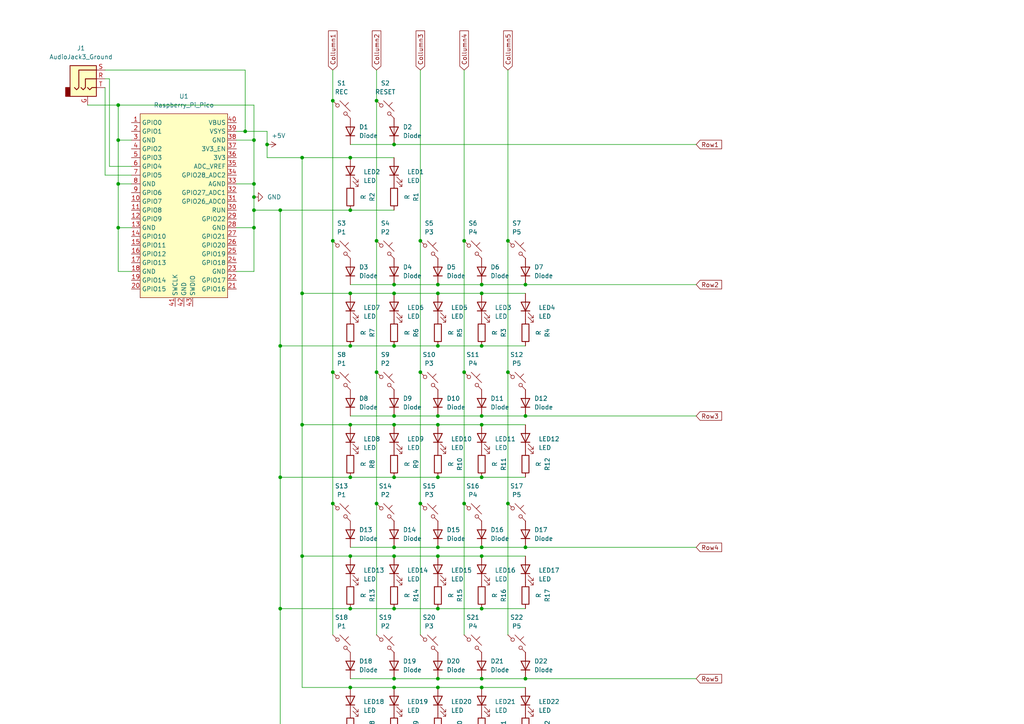
<source format=kicad_sch>
(kicad_sch (version 20231120) (generator "eeschema") (generator_version "8.0")
  (paper "A4")
  (lib_symbols
    (symbol "Connector_Audio:AudioJack3_Ground"
      (property "Reference" "J" (at 0 8.89 0))
      (property "Value" "AudioJack3_Ground" (at 0 6.35 0))
      (symbol "AudioJack3_Ground_0_1"
        (rectangle (start -5.08 -2.54) (end -6.35 -5.08) (stroke (width 0.254)) (fill (type outline)))
        (polyline (pts (xy 0 -2.54) (xy 0.635 -3.175) (xy 1.27 -2.54) (xy 2.54 -2.54)) (stroke (width 0.254)))
        (polyline (pts (xy -1.905 -2.54) (xy -1.27 -3.175) (xy -0.635 -2.54) (xy -0.635 0) (xy 2.54 0)) (stroke (width 0.254)))
        (polyline (pts (xy 2.54 2.54) (xy -2.54 2.54) (xy -2.54 -2.54) (xy -3.175 -3.175) (xy -3.81 -2.54)) (stroke (width 0.254)))
        (rectangle (start 2.54 3.81) (end -5.08 -5.08) (stroke (width 0.254)) (fill (type background)))
      )
      (symbol "AudioJack3_Ground_1_1"
        (pin passive line (at 0 -7.62 90) (length 2.54) (name "~") (number "G"))
        (pin passive line (at 5.08 0 180) (length 2.54) (name "~") (number "R"))
        (pin passive line (at 5.08 2.54 180) (length 2.54) (name "~") (number "S"))
        (pin passive line (at 5.08 -2.54 180) (length 2.54) (name "~") (number "T"))
      )
    )
    (symbol "Device:LED" (pin_numbers hide) (pin_names (offset 1.016) hide)
      (property "Reference" "D" (at 0 2.54 0))
      (property "Value" "LED" (at 0 -2.54 0))
      (symbol "LED_0_1"
        (polyline (pts (xy -1.27 -1.27) (xy -1.27 1.27)) (stroke (width 0.254)))
        (polyline (pts (xy -1.27 0) (xy 1.27 0)))
        (polyline (pts (xy 1.27 -1.27) (xy 1.27 1.27) (xy -1.27 0) (xy 1.27 -1.27)) (stroke (width 0.254)))
        (polyline (pts (xy -3.048 -0.762) (xy -4.572 -2.286) (xy -3.81 -2.286) (xy -4.572 -2.286) (xy -4.572 -1.524)))
        (polyline (pts (xy -1.778 -0.762) (xy -3.302 -2.286) (xy -2.54 -2.286) (xy -3.302 -2.286) (xy -3.302 -1.524)))
      )
      (symbol "LED_1_1"
        (pin passive line (at -3.81 0 0) (length 2.54) (name "K") (number "1"))
        (pin passive line (at 3.81 0 180) (length 2.54) (name "A") (number "2"))
      )
    )
    (symbol "Device:R" (pin_numbers hide) (pin_names (offset 0))
      (property "Reference" "R" (at 2.032 0 90))
      (property "Value" "R" (at 0 0 90))
      (symbol "R_0_1"
        (rectangle (start -1.016 -2.54) (end 1.016 2.54) (stroke (width 0.254)))
      )
      (symbol "R_1_1"
        (pin passive line (at 0 3.81 270) (length 1.27) (name "~") (number "1"))
        (pin passive line (at 0 -3.81 90) (length 1.27) (name "~") (number "2"))
      )
    )
    (symbol "ScottoKeebs:MCU_Raspberry_Pi_Pico"
      (property "Reference" "U" (at 0 0 0))
      (property "Value" "Raspberry_Pi_Pico" (at 0 27.94 0))
      (symbol "MCU_Raspberry_Pi_Pico_0_1"
        (rectangle (start -12.7 26.67) (end 12.7 -26.67) (fill (type background)))
      )
      (symbol "MCU_Raspberry_Pi_Pico_1_1"
        (pin bidirectional line (at -15.24 24.13 0) (length 2.54) (name "GPIO0") (number "1"))
        (pin bidirectional line (at -15.24 1.27 0) (length 2.54) (name "GPIO7") (number "10"))
        (pin bidirectional line (at -15.24 -1.27 0) (length 2.54) (name "GPIO8") (number "11"))
        (pin bidirectional line (at -15.24 -3.81 0) (length 2.54) (name "GPIO9") (number "12"))
        (pin power_in line (at -15.24 -6.35 0) (length 2.54) (name "GND") (number "13"))
        (pin bidirectional line (at -15.24 -8.89 0) (length 2.54) (name "GPIO10") (number "14"))
        (pin bidirectional line (at -15.24 -11.43 0) (length 2.54) (name "GPIO11") (number "15"))
        (pin bidirectional line (at -15.24 -13.97 0) (length 2.54) (name "GPIO12") (number "16"))
        (pin bidirectional line (at -15.24 -16.51 0) (length 2.54) (name "GPIO13") (number "17"))
        (pin power_in line (at -15.24 -19.05 0) (length 2.54) (name "GND") (number "18"))
        (pin bidirectional line (at -15.24 -21.59 0) (length 2.54) (name "GPIO14") (number "19"))
        (pin bidirectional line (at -15.24 21.59 0) (length 2.54) (name "GPIO1") (number "2"))
        (pin bidirectional line (at -15.24 -24.13 0) (length 2.54) (name "GPIO15") (number "20"))
        (pin bidirectional line (at 15.24 -24.13 180) (length 2.54) (name "GPIO16") (number "21"))
        (pin bidirectional line (at 15.24 -21.59 180) (length 2.54) (name "GPIO17") (number "22"))
        (pin power_in line (at 15.24 -19.05 180) (length 2.54) (name "GND") (number "23"))
        (pin bidirectional line (at 15.24 -16.51 180) (length 2.54) (name "GPIO18") (number "24"))
        (pin bidirectional line (at 15.24 -13.97 180) (length 2.54) (name "GPIO19") (number "25"))
        (pin bidirectional line (at 15.24 -11.43 180) (length 2.54) (name "GPIO20") (number "26"))
        (pin bidirectional line (at 15.24 -8.89 180) (length 2.54) (name "GPIO21") (number "27"))
        (pin power_in line (at 15.24 -6.35 180) (length 2.54) (name "GND") (number "28"))
        (pin bidirectional line (at 15.24 -3.81 180) (length 2.54) (name "GPIO22") (number "29"))
        (pin power_in line (at -15.24 19.05 0) (length 2.54) (name "GND") (number "3"))
        (pin input line (at 15.24 -1.27 180) (length 2.54) (name "RUN") (number "30"))
        (pin bidirectional line (at 15.24 1.27 180) (length 2.54) (name "GPIO26_ADC0") (number "31"))
        (pin bidirectional line (at 15.24 3.81 180) (length 2.54) (name "GPIO27_ADC1") (number "32"))
        (pin power_in line (at 15.24 6.35 180) (length 2.54) (name "AGND") (number "33"))
        (pin bidirectional line (at 15.24 8.89 180) (length 2.54) (name "GPIO28_ADC2") (number "34"))
        (pin power_in line (at 15.24 11.43 180) (length 2.54) (name "ADC_VREF") (number "35"))
        (pin power_in line (at 15.24 13.97 180) (length 2.54) (name "3V3") (number "36"))
        (pin input line (at 15.24 16.51 180) (length 2.54) (name "3V3_EN") (number "37"))
        (pin bidirectional line (at 15.24 19.05 180) (length 2.54) (name "GND") (number "38"))
        (pin power_in line (at 15.24 21.59 180) (length 2.54) (name "VSYS") (number "39"))
        (pin bidirectional line (at -15.24 16.51 0) (length 2.54) (name "GPIO2") (number "4"))
        (pin power_in line (at 15.24 24.13 180) (length 2.54) (name "VBUS") (number "40"))
        (pin input line (at -2.54 -29.21 90) (length 2.54) (name "SWCLK") (number "41"))
        (pin power_in line (at 0 -29.21 90) (length 2.54) (name "GND") (number "42"))
        (pin bidirectional line (at 2.54 -29.21 90) (length 2.54) (name "SWDIO") (number "43"))
        (pin bidirectional line (at -15.24 13.97 0) (length 2.54) (name "GPIO3") (number "5"))
        (pin bidirectional line (at -15.24 11.43 0) (length 2.54) (name "GPIO4") (number "6"))
        (pin bidirectional line (at -15.24 8.89 0) (length 2.54) (name "GPIO5") (number "7"))
        (pin power_in line (at -15.24 6.35 0) (length 2.54) (name "GND") (number "8"))
        (pin bidirectional line (at -15.24 3.81 0) (length 2.54) (name "GPIO6") (number "9"))
      )
    )
    (symbol "ScottoKeebs:Placeholder_Diode" (pin_numbers hide) (pin_names hide)
      (property "Reference" "D" (at 0 2.54 0))
      (property "Value" "Diode" (at 0 -2.54 0))
      (symbol "Placeholder_Diode_0_1"
        (polyline (pts (xy -1.27 1.27) (xy -1.27 -1.27)) (stroke (width 0.254)))
        (polyline (pts (xy 1.27 0) (xy -1.27 0)))
        (polyline (pts (xy 1.27 1.27) (xy 1.27 -1.27) (xy -1.27 0) (xy 1.27 1.27)) (stroke (width 0.254)))
      )
      (symbol "Placeholder_Diode_1_1"
        (pin passive line (at -3.81 0 0) (length 2.54) (name "K") (number "1"))
        (pin passive line (at 3.81 0 180) (length 2.54) (name "A") (number "2"))
      )
    )
    (symbol "ScottoKeebs:Placeholder_Keyswitch" (pin_numbers hide) (pin_names (offset 1.016) hide)
      (property "Reference" "S" (at 3.048 1.016 0))
      (property "Value" "Keyswitch" (at 0 -3.81 0))
      (symbol "Placeholder_Keyswitch_0_1"
        (circle (center -1.1684 1.1684) (radius 0.508))
        (polyline (pts (xy -0.508 2.54) (xy 2.54 -0.508)))
        (polyline (pts (xy 1.016 1.016) (xy 2.032 2.032)))
        (polyline (pts (xy -2.54 2.54) (xy -1.524 1.524) (xy -1.524 1.524)))
        (polyline (pts (xy 1.524 -1.524) (xy 2.54 -2.54) (xy 2.54 -2.54) (xy 2.54 -2.54)))
        (circle (center 1.143 -1.1938) (radius 0.508))
        (pin passive line (at -2.54 2.54 0) (length 0) (name "1") (number "1"))
        (pin passive line (at 2.54 -2.54 180) (length 0) (name "2") (number "2"))
      )
    )
    (symbol "power:+5V" (power) (pin_names (offset 0))
      (property "Value" "+5V" (at 0 3.556 0))
      (symbol "+5V_0_1"
        (polyline (pts (xy -0.762 1.27) (xy 0 2.54)))
        (polyline (pts (xy 0 0) (xy 0 2.54)))
        (polyline (pts (xy 0 2.54) (xy 0.762 1.27)))
      )
      (symbol "+5V_1_1"
        (pin power_in line (at 0 0 90) (length 0) hide (name "+5V") (number "1"))
      )
    )
    (symbol "power:GND" (power) (pin_names (offset 0))
      (property "Value" "GND" (at 0 -3.81 0))
      (symbol "GND_0_1"
        (polyline (pts (xy 0 0) (xy 0 -1.27) (xy 1.27 -1.27) (xy 0 -2.54) (xy -1.27 -1.27) (xy 0 -1.27)))
      )
      (symbol "GND_1_1"
        (pin power_in line (at 0 0 270) (length 0) hide (name "GND") (number "1"))
      )
    )
  )
  (junction (at 139.7 199.39))
  (junction (at 114.3 161.29))
  (junction (at 109.22 146.05))
  (junction (at 121.92 146.05))
  (junction (at 127 100.33))
  (junction (at 101.6 176.53))
  (junction (at 127 196.85))
  (junction (at 134.62 146.05))
  (junction (at 139.7 82.55))
  (junction (at 127 176.53))
  (junction (at 139.7 158.75))
  (junction (at 73.66 57.15))
  (junction (at 101.6 138.43))
  (junction (at 87.63 161.29))
  (junction (at 96.52 107.95))
  (junction (at 147.32 69.85))
  (junction (at 139.7 138.43))
  (junction (at 77.47 41.91))
  (junction (at 34.29 40.64))
  (junction (at 114.3 100.33))
  (junction (at 114.3 123.19))
  (junction (at 114.3 85.09))
  (junction (at 114.3 82.55))
  (junction (at 139.7 100.33))
  (junction (at 73.66 40.64))
  (junction (at 139.7 123.19))
  (junction (at 109.22 69.85))
  (junction (at 152.4 120.65))
  (junction (at 101.6 60.96))
  (junction (at 127 138.43))
  (junction (at 127 123.19))
  (junction (at 127 199.39))
  (junction (at 127 161.29))
  (junction (at 139.7 214.63))
  (junction (at 101.6 85.09))
  (junction (at 134.62 107.95))
  (junction (at 114.3 120.65))
  (junction (at 127 158.75))
  (junction (at 109.22 107.95))
  (junction (at 139.7 176.53))
  (junction (at 87.63 123.19))
  (junction (at 147.32 107.95))
  (junction (at 101.6 161.29))
  (junction (at 96.52 69.85))
  (junction (at 134.62 69.85))
  (junction (at 71.12 38.1))
  (junction (at 114.3 138.43))
  (junction (at 96.52 146.05))
  (junction (at 81.28 60.96))
  (junction (at 114.3 214.63))
  (junction (at 114.3 199.39))
  (junction (at 109.22 29.21))
  (junction (at 101.6 199.39))
  (junction (at 73.66 60.96))
  (junction (at 127 120.65))
  (junction (at 96.52 29.21))
  (junction (at 114.3 196.85))
  (junction (at 114.3 41.91))
  (junction (at 87.63 45.72))
  (junction (at 87.63 85.09))
  (junction (at 139.7 196.85))
  (junction (at 34.29 66.04))
  (junction (at 152.4 196.85))
  (junction (at 139.7 120.65))
  (junction (at 147.32 146.05))
  (junction (at 121.92 69.85))
  (junction (at 127 85.09))
  (junction (at 121.92 107.95))
  (junction (at 73.66 66.04))
  (junction (at 81.28 100.33))
  (junction (at 101.6 123.19))
  (junction (at 101.6 100.33))
  (junction (at 152.4 158.75))
  (junction (at 34.29 30.48))
  (junction (at 114.3 158.75))
  (junction (at 101.6 214.63))
  (junction (at 139.7 161.29))
  (junction (at 81.28 138.43))
  (junction (at 127 214.63))
  (junction (at 73.66 53.34))
  (junction (at 114.3 176.53))
  (junction (at 34.29 53.34))
  (junction (at 101.6 45.72))
  (junction (at 81.28 176.53))
  (junction (at 152.4 82.55))
  (junction (at 127 82.55))
  (junction (at 139.7 85.09))
  (wire (pts (xy 101.6 123.19) (xy 114.3 123.19)))
  (wire (pts (xy 38.1 66.04) (xy 34.29 66.04)))
  (wire (pts (xy 77.47 41.91) (xy 77.47 38.1)))
  (wire (pts (xy 87.63 199.39) (xy 101.6 199.39)))
  (wire (pts (xy 101.6 161.29) (xy 114.3 161.29)))
  (wire (pts (xy 152.4 161.29) (xy 139.7 161.29)))
  (wire (pts (xy 152.4 85.09) (xy 139.7 85.09)))
  (wire (pts (xy 73.66 60.96) (xy 73.66 57.15)))
  (wire (pts (xy 71.12 20.32) (xy 71.12 38.1)))
  (wire (pts (xy 114.3 199.39) (xy 127 199.39)))
  (wire (pts (xy 68.58 66.04) (xy 73.66 66.04)))
  (wire (pts (xy 114.3 214.63) (xy 127 214.63)))
  (wire (pts (xy 114.3 120.65) (xy 127 120.65)))
  (wire (pts (xy 139.7 196.85) (xy 152.4 196.85)))
  (wire (pts (xy 101.6 45.72) (xy 87.63 45.72)))
  (wire (pts (xy 87.63 161.29) (xy 87.63 199.39)))
  (wire (pts (xy 109.22 146.05) (xy 109.22 184.15)))
  (wire (pts (xy 81.28 214.63) (xy 101.6 214.63)))
  (wire (pts (xy 68.58 53.34) (xy 73.66 53.34)))
  (wire (pts (xy 134.62 69.85) (xy 134.62 107.95)))
  (wire (pts (xy 73.66 53.34) (xy 73.66 40.64)))
  (wire (pts (xy 34.29 40.64) (xy 34.29 53.34)))
  (wire (pts (xy 87.63 85.09) (xy 87.63 45.72)))
  (wire (pts (xy 134.62 146.05) (xy 134.62 184.15)))
  (wire (pts (xy 81.28 138.43) (xy 101.6 138.43)))
  (wire (pts (xy 109.22 20.32) (xy 109.22 29.21)))
  (wire (pts (xy 73.66 57.15) (xy 73.66 53.34)))
  (wire (pts (xy 139.7 158.75) (xy 152.4 158.75)))
  (wire (pts (xy 87.63 85.09) (xy 101.6 85.09)))
  (wire (pts (xy 127 199.39) (xy 139.7 199.39)))
  (wire (pts (xy 38.1 78.74) (xy 34.29 78.74)))
  (wire (pts (xy 71.12 38.1) (xy 77.47 38.1)))
  (wire (pts (xy 38.1 50.8) (xy 30.48 50.8)))
  (wire (pts (xy 77.47 45.72) (xy 87.63 45.72)))
  (wire (pts (xy 101.6 85.09) (xy 114.3 85.09)))
  (wire (pts (xy 81.28 138.43) (xy 81.28 176.53)))
  (wire (pts (xy 77.47 45.72) (xy 77.47 41.91)))
  (wire (pts (xy 73.66 66.04) (xy 73.66 60.96)))
  (wire (pts (xy 139.7 138.43) (xy 152.4 138.43)))
  (wire (pts (xy 121.92 69.85) (xy 121.92 20.32)))
  (wire (pts (xy 127 85.09) (xy 139.7 85.09)))
  (wire (pts (xy 34.29 30.48) (xy 25.4 30.48)))
  (wire (pts (xy 121.92 146.05) (xy 121.92 184.15)))
  (wire (pts (xy 152.4 199.39) (xy 139.7 199.39)))
  (wire (pts (xy 109.22 29.21) (xy 109.22 69.85)))
  (wire (pts (xy 68.58 40.64) (xy 73.66 40.64)))
  (wire (pts (xy 96.52 107.95) (xy 96.52 146.05)))
  (wire (pts (xy 81.28 100.33) (xy 81.28 138.43)))
  (wire (pts (xy 81.28 100.33) (xy 101.6 100.33)))
  (wire (pts (xy 139.7 214.63) (xy 152.4 214.63)))
  (wire (pts (xy 30.48 20.32) (xy 71.12 20.32)))
  (wire (pts (xy 34.29 66.04) (xy 34.29 53.34)))
  (wire (pts (xy 101.6 82.55) (xy 114.3 82.55)))
  (wire (pts (xy 101.6 120.65) (xy 114.3 120.65)))
  (wire (pts (xy 87.63 161.29) (xy 101.6 161.29)))
  (wire (pts (xy 127 196.85) (xy 139.7 196.85)))
  (wire (pts (xy 114.3 82.55) (xy 127 82.55)))
  (wire (pts (xy 34.29 66.04) (xy 34.29 78.74)))
  (wire (pts (xy 127 120.65) (xy 139.7 120.65)))
  (wire (pts (xy 147.32 107.95) (xy 147.32 146.05)))
  (wire (pts (xy 152.4 123.19) (xy 139.7 123.19)))
  (wire (pts (xy 121.92 107.95) (xy 121.92 146.05)))
  (wire (pts (xy 38.1 40.64) (xy 34.29 40.64)))
  (wire (pts (xy 109.22 69.85) (xy 109.22 107.95)))
  (wire (pts (xy 87.63 85.09) (xy 87.63 123.19)))
  (wire (pts (xy 201.93 41.91) (xy 114.3 41.91)))
  (wire (pts (xy 101.6 60.96) (xy 114.3 60.96)))
  (wire (pts (xy 81.28 100.33) (xy 81.28 60.96)))
  (wire (pts (xy 147.32 69.85) (xy 147.32 20.32)))
  (wire (pts (xy 127 161.29) (xy 139.7 161.29)))
  (wire (pts (xy 81.28 60.96) (xy 101.6 60.96)))
  (wire (pts (xy 71.12 38.1) (xy 68.58 38.1)))
  (wire (pts (xy 134.62 69.85) (xy 134.62 20.32)))
  (wire (pts (xy 147.32 69.85) (xy 147.32 107.95)))
  (wire (pts (xy 87.63 123.19) (xy 101.6 123.19)))
  (wire (pts (xy 96.52 29.21) (xy 96.52 69.85)))
  (wire (pts (xy 101.6 158.75) (xy 114.3 158.75)))
  (wire (pts (xy 152.4 82.55) (xy 201.93 82.55)))
  (wire (pts (xy 114.3 123.19) (xy 127 123.19)))
  (wire (pts (xy 38.1 48.26) (xy 31.75 48.26)))
  (wire (pts (xy 121.92 69.85) (xy 121.92 107.95)))
  (wire (pts (xy 101.6 100.33) (xy 114.3 100.33)))
  (wire (pts (xy 96.52 69.85) (xy 96.52 107.95)))
  (wire (pts (xy 101.6 41.91) (xy 114.3 41.91)))
  (wire (pts (xy 101.6 214.63) (xy 114.3 214.63)))
  (wire (pts (xy 127 82.55) (xy 139.7 82.55)))
  (wire (pts (xy 73.66 78.74) (xy 73.66 66.04)))
  (wire (pts (xy 152.4 158.75) (xy 201.93 158.75)))
  (wire (pts (xy 139.7 120.65) (xy 152.4 120.65)))
  (wire (pts (xy 152.4 196.85) (xy 201.93 196.85)))
  (wire (pts (xy 109.22 107.95) (xy 109.22 146.05)))
  (wire (pts (xy 127 214.63) (xy 139.7 214.63)))
  (wire (pts (xy 139.7 82.55) (xy 152.4 82.55)))
  (wire (pts (xy 114.3 85.09) (xy 127 85.09)))
  (wire (pts (xy 101.6 196.85) (xy 114.3 196.85)))
  (wire (pts (xy 34.29 40.64) (xy 34.29 30.48)))
  (wire (pts (xy 127 100.33) (xy 139.7 100.33)))
  (wire (pts (xy 73.66 30.48) (xy 34.29 30.48)))
  (wire (pts (xy 101.6 199.39) (xy 114.3 199.39)))
  (wire (pts (xy 114.3 161.29) (xy 127 161.29)))
  (wire (pts (xy 127 176.53) (xy 139.7 176.53)))
  (wire (pts (xy 101.6 138.43) (xy 114.3 138.43)))
  (wire (pts (xy 81.28 176.53) (xy 81.28 214.63)))
  (wire (pts (xy 96.52 146.05) (xy 96.52 184.15)))
  (wire (pts (xy 127 123.19) (xy 139.7 123.19)))
  (wire (pts (xy 139.7 100.33) (xy 152.4 100.33)))
  (wire (pts (xy 73.66 60.96) (xy 81.28 60.96)))
  (wire (pts (xy 134.62 107.95) (xy 134.62 146.05)))
  (wire (pts (xy 81.28 176.53) (xy 101.6 176.53)))
  (wire (pts (xy 114.3 138.43) (xy 127 138.43)))
  (wire (pts (xy 114.3 100.33) (xy 127 100.33)))
  (wire (pts (xy 114.3 45.72) (xy 101.6 45.72)))
  (wire (pts (xy 38.1 53.34) (xy 34.29 53.34)))
  (wire (pts (xy 87.63 123.19) (xy 87.63 161.29)))
  (wire (pts (xy 139.7 176.53) (xy 152.4 176.53)))
  (wire (pts (xy 31.75 22.86) (xy 30.48 22.86)))
  (wire (pts (xy 152.4 120.65) (xy 201.93 120.65)))
  (wire (pts (xy 96.52 20.32) (xy 96.52 29.21)))
  (wire (pts (xy 68.58 78.74) (xy 73.66 78.74)))
  (wire (pts (xy 114.3 158.75) (xy 127 158.75)))
  (wire (pts (xy 114.3 176.53) (xy 127 176.53)))
  (wire (pts (xy 127 158.75) (xy 139.7 158.75)))
  (wire (pts (xy 114.3 196.85) (xy 127 196.85)))
  (wire (pts (xy 101.6 176.53) (xy 114.3 176.53)))
  (wire (pts (xy 73.66 40.64) (xy 73.66 30.48)))
  (wire (pts (xy 127 138.43) (xy 139.7 138.43)))
  (wire (pts (xy 31.75 48.26) (xy 31.75 22.86)))
  (wire (pts (xy 147.32 146.05) (xy 147.32 184.15)))
  (wire (pts (xy 30.48 50.8) (xy 30.48 25.4)))
  (global_label "Collumn5" (shape input) (at 147.32 20.32 90) (property "Intersheetrefs" "${INTERSHEET_REFS}" (effects (hide yes))))
  (global_label "Row2" (shape input) (at 201.93 82.55 0) (property "Intersheetrefs" "${INTERSHEET_REFS}" (effects (hide yes))))
  (global_label "Collumn3" (shape input) (at 121.92 20.32 90) (property "Intersheetrefs" "${INTERSHEET_REFS}" (effects (hide yes))))
  (global_label "Collumn2" (shape input) (at 109.22 20.32 90) (property "Intersheetrefs" "${INTERSHEET_REFS}" (effects (hide yes))))
  (global_label "Row3" (shape input) (at 201.93 120.65 0) (property "Intersheetrefs" "${INTERSHEET_REFS}" (effects (hide yes))))
  (global_label "Row5" (shape input) (at 201.93 196.85 0) (property "Intersheetrefs" "${INTERSHEET_REFS}" (effects (hide yes))))
  (global_label "Row4" (shape input) (at 201.93 158.75 0) (property "Intersheetrefs" "${INTERSHEET_REFS}" (effects (hide yes))))
  (global_label "Collumn1" (shape input) (at 96.52 20.32 90) (property "Intersheetrefs" "${INTERSHEET_REFS}" (effects (hide yes))))
  (global_label "Collumn4" (shape input) (at 134.62 20.32 90) (property "Intersheetrefs" "${INTERSHEET_REFS}" (effects (hide yes))))
  (global_label "Row1" (shape input) (at 201.93 41.91 0) (property "Intersheetrefs" "${INTERSHEET_REFS}" (effects (hide yes))))
  (symbol (lib_id "ScottoKeebs:Placeholder_Diode") (at 127 78.74 90) (unit 1)
    (property "Reference" "D5" (at 129.54 77.47 90) (effects (justify right)))
    (property "Value" "Diode" (at 129.54 80.01 90) (effects (justify right)))
    (property "Footprint" "Diode_SMD:Nexperia_CFP3_SOD-123W" (effects (hide yes)))
    (property "Sim.Device" "D" (effects (hide yes)))
    (property "Sim.Pins" "1=K 2=A" (effects (hide yes)))
  )
  (symbol (lib_id "Device:R") (at 101.6 134.62 0) (unit 1)
    (property "Reference" "R8" (at 107.95 134.62 90))
    (property "Value" "R" (at 105.41 134.62 90))
    (property "Footprint" "Resistor_SMD:R_0603_1608Metric_Pad0.98x0.95mm_HandSolder" (effects (hide yes)))
  )
  (symbol (lib_id "ScottoKeebs:Placeholder_Diode") (at 152.4 116.84 90) (unit 1)
    (property "Reference" "D12" (at 154.94 115.57 90) (effects (justify right)))
    (property "Value" "Diode" (at 154.94 118.11 90) (effects (justify right)))
    (property "Footprint" "Diode_SMD:Nexperia_CFP3_SOD-123W" (effects (hide yes)))
    (property "Sim.Device" "D" (effects (hide yes)))
    (property "Sim.Pins" "1=K 2=A" (effects (hide yes)))
  )
  (symbol (lib_id "ScottoKeebs:Placeholder_Keyswitch") (at 99.06 31.75 0) (unit 1)
    (property "Reference" "S1" (at 99.06 24.13 0))
    (property "Value" "REC" (at 99.06 26.67 0))
    (property "Footprint" "MX V2 MX Hotswap:MX-Hotswap-1U" (effects (hide yes)))
  )
  (symbol (lib_id "ScottoKeebs:Placeholder_Keyswitch") (at 124.46 148.59 0) (unit 1)
    (property "Reference" "S15" (at 124.46 140.97 0))
    (property "Value" "P3" (at 124.46 143.51 0))
    (property "Footprint" "MX V2 MX Hotswap:MX-Hotswap-1U" (effects (hide yes)))
  )
  (symbol (lib_id "Device:LED") (at 127 88.9 90) (unit 1)
    (property "Reference" "LED5" (at 130.81 89.2175 90) (effects (justify right)))
    (property "Value" "LED" (at 130.81 91.7575 90) (effects (justify right)))
    (property "Footprint" "MX V2 Misc:MX-LED-PolarityMarked" (effects (hide yes)))
  )
  (symbol (lib_id "ScottoKeebs:Placeholder_Keyswitch") (at 99.06 186.69 0) (unit 1)
    (property "Reference" "S18" (at 99.06 179.07 0))
    (property "Value" "P1" (at 99.06 181.61 0))
    (property "Footprint" "MX V2 MX Hotswap:MX-Hotswap-1U" (effects (hide yes)))
  )
  (symbol (lib_id "ScottoKeebs:Placeholder_Keyswitch") (at 137.16 186.69 0) (unit 1)
    (property "Reference" "S21" (at 137.16 179.07 0))
    (property "Value" "P4" (at 137.16 181.61 0))
    (property "Footprint" "MX V2 MX Hotswap:MX-Hotswap-1U" (effects (hide yes)))
  )
  (symbol (lib_id "Device:LED") (at 152.4 88.9 90) (unit 1)
    (property "Reference" "LED4" (at 156.21 89.2175 90) (effects (justify right)))
    (property "Value" "LED" (at 156.21 91.7575 90) (effects (justify right)))
    (property "Footprint" "MX V2 Misc:MX-LED-PolarityMarked" (effects (hide yes)))
  )
  (symbol (lib_id "ScottoKeebs:Placeholder_Diode") (at 101.6 193.04 90) (unit 1)
    (property "Reference" "D18" (at 104.14 191.77 90) (effects (justify right)))
    (property "Value" "Diode" (at 104.14 194.31 90) (effects (justify right)))
    (property "Footprint" "Diode_SMD:Nexperia_CFP3_SOD-123W" (effects (hide yes)))
    (property "Sim.Device" "D" (effects (hide yes)))
    (property "Sim.Pins" "1=K 2=A" (effects (hide yes)))
  )
  (symbol (lib_id "ScottoKeebs:Placeholder_Keyswitch") (at 149.86 110.49 0) (unit 1)
    (property "Reference" "S12" (at 149.86 102.87 0))
    (property "Value" "P5" (at 149.86 105.41 0))
    (property "Footprint" "MX V2 MX Hotswap:MX-Hotswap-1U" (effects (hide yes)))
  )
  (symbol (lib_id "ScottoKeebs:Placeholder_Diode") (at 139.7 193.04 90) (unit 1)
    (property "Reference" "D21" (at 142.24 191.77 90) (effects (justify right)))
    (property "Value" "Diode" (at 142.24 194.31 90) (effects (justify right)))
    (property "Footprint" "Diode_SMD:Nexperia_CFP3_SOD-123W" (effects (hide yes)))
    (property "Sim.Device" "D" (effects (hide yes)))
    (property "Sim.Pins" "1=K 2=A" (effects (hide yes)))
  )
  (symbol (lib_id "Device:LED") (at 114.3 127 90) (unit 1)
    (property "Reference" "LED9" (at 118.11 127.3175 90) (effects (justify right)))
    (property "Value" "LED" (at 118.11 129.8575 90) (effects (justify right)))
    (property "Footprint" "MX V2 Misc:MX-LED-PolarityMarked" (effects (hide yes)))
  )
  (symbol (lib_id "Device:R") (at 152.4 172.72 0) (unit 1)
    (property "Reference" "R17" (at 158.75 172.72 90))
    (property "Value" "R" (at 156.21 172.72 90))
    (property "Footprint" "Resistor_SMD:R_0603_1608Metric_Pad0.98x0.95mm_HandSolder" (effects (hide yes)))
  )
  (symbol (lib_id "ScottoKeebs:Placeholder_Keyswitch") (at 124.46 110.49 0) (unit 1)
    (property "Reference" "S10" (at 124.46 102.87 0))
    (property "Value" "P3" (at 124.46 105.41 0))
    (property "Footprint" "MX V2 MX Hotswap:MX-Hotswap-1U" (effects (hide yes)))
  )
  (symbol (lib_id "Device:R") (at 127 172.72 0) (unit 1)
    (property "Reference" "R15" (at 133.35 172.72 90))
    (property "Value" "R" (at 130.81 172.72 90))
    (property "Footprint" "Resistor_SMD:R_0603_1608Metric_Pad0.98x0.95mm_HandSolder" (effects (hide yes)))
  )
  (symbol (lib_id "ScottoKeebs:Placeholder_Diode") (at 114.3 193.04 90) (unit 1)
    (property "Reference" "D19" (at 116.84 191.77 90) (effects (justify right)))
    (property "Value" "Diode" (at 116.84 194.31 90) (effects (justify right)))
    (property "Footprint" "Diode_SMD:Nexperia_CFP3_SOD-123W" (effects (hide yes)))
    (property "Sim.Device" "D" (effects (hide yes)))
    (property "Sim.Pins" "1=K 2=A" (effects (hide yes)))
  )
  (symbol (lib_id "ScottoKeebs:Placeholder_Diode") (at 139.7 78.74 90) (unit 1)
    (property "Reference" "D6" (at 142.24 77.47 90) (effects (justify right)))
    (property "Value" "Diode" (at 142.24 80.01 90) (effects (justify right)))
    (property "Footprint" "Diode_SMD:Nexperia_CFP3_SOD-123W" (effects (hide yes)))
    (property "Sim.Device" "D" (effects (hide yes)))
    (property "Sim.Pins" "1=K 2=A" (effects (hide yes)))
  )
  (symbol (lib_id "Device:R") (at 152.4 96.52 0) (unit 1)
    (property "Reference" "R4" (at 158.75 96.52 90))
    (property "Value" "R" (at 156.21 96.52 90))
    (property "Footprint" "Resistor_SMD:R_0603_1608Metric_Pad0.98x0.95mm_HandSolder" (effects (hide yes)))
  )
  (symbol (lib_id "Device:LED") (at 127 165.1 90) (unit 1)
    (property "Reference" "LED15" (at 130.81 165.4175 90) (effects (justify right)))
    (property "Value" "LED" (at 130.81 167.9575 90) (effects (justify right)))
    (property "Footprint" "MX V2 Misc:MX-LED-PolarityMarked" (effects (hide yes)))
  )
  (symbol (lib_id "ScottoKeebs:Placeholder_Keyswitch") (at 111.76 72.39 0) (unit 1)
    (property "Reference" "S4" (at 111.76 64.77 0))
    (property "Value" "P2" (at 111.76 67.31 0))
    (property "Footprint" "MX V2 MX Hotswap:MX-Hotswap-1U" (effects (hide yes)))
  )
  (symbol (lib_id "ScottoKeebs:Placeholder_Diode") (at 101.6 116.84 90) (unit 1)
    (property "Reference" "D8" (at 104.14 115.57 90) (effects (justify right)))
    (property "Value" "Diode" (at 104.14 118.11 90) (effects (justify right)))
    (property "Footprint" "Diode_SMD:Nexperia_CFP3_SOD-123W" (effects (hide yes)))
    (property "Sim.Device" "D" (effects (hide yes)))
    (property "Sim.Pins" "1=K 2=A" (effects (hide yes)))
  )
  (symbol (lib_id "Device:R") (at 127 96.52 0) (unit 1)
    (property "Reference" "R5" (at 133.35 96.52 90))
    (property "Value" "R" (at 130.81 96.52 90))
    (property "Footprint" "Resistor_SMD:R_0603_1608Metric_Pad0.98x0.95mm_HandSolder" (effects (hide yes)))
  )
  (symbol (lib_id "Device:LED") (at 114.3 88.9 90) (unit 1)
    (property "Reference" "LED6" (at 118.11 89.2175 90) (effects (justify right)))
    (property "Value" "LED" (at 118.11 91.7575 90) (effects (justify right)))
    (property "Footprint" "MX V2 Misc:MX-LED-PolarityMarked" (effects (hide yes)))
  )
  (symbol (lib_id "Device:LED") (at 101.6 127 90) (unit 1)
    (property "Reference" "LED8" (at 105.41 127.3175 90) (effects (justify right)))
    (property "Value" "LED" (at 105.41 129.8575 90) (effects (justify right)))
    (property "Footprint" "MX V2 Misc:MX-LED-PolarityMarked" (effects (hide yes)))
  )
  (symbol (lib_id "ScottoKeebs:Placeholder_Keyswitch") (at 137.16 148.59 0) (unit 1)
    (property "Reference" "S16" (at 137.16 140.97 0))
    (property "Value" "P4" (at 137.16 143.51 0))
    (property "Footprint" "MX V2 MX Hotswap:MX-Hotswap-1U" (effects (hide yes)))
  )
  (symbol (lib_id "Device:R") (at 139.7 172.72 0) (unit 1)
    (property "Reference" "R16" (at 146.05 172.72 90))
    (property "Value" "R" (at 143.51 172.72 90))
    (property "Footprint" "Resistor_SMD:R_0603_1608Metric_Pad0.98x0.95mm_HandSolder" (effects (hide yes)))
  )
  (symbol (lib_id "ScottoKeebs:Placeholder_Keyswitch") (at 149.86 72.39 0) (unit 1)
    (property "Reference" "S7" (at 149.86 64.77 0))
    (property "Value" "P5" (at 149.86 67.31 0))
    (property "Footprint" "MX V2 MX Hotswap:MX-Hotswap-1U" (effects (hide yes)))
  )
  (symbol (lib_id "ScottoKeebs:Placeholder_Keyswitch") (at 99.06 72.39 0) (unit 1)
    (property "Reference" "S3" (at 99.06 64.77 0))
    (property "Value" "P1" (at 99.06 67.31 0))
    (property "Footprint" "MX V2 MX Hotswap:MX-Hotswap-1U" (effects (hide yes)))
  )
  (symbol (lib_id "ScottoKeebs:Placeholder_Keyswitch") (at 111.76 31.75 0) (unit 1)
    (property "Reference" "S2" (at 111.76 24.13 0))
    (property "Value" "RESET" (at 111.76 26.67 0))
    (property "Footprint" "MX V2 MX Hotswap:MX-Hotswap-1U" (effects (hide yes)))
  )
  (symbol (lib_id "ScottoKeebs:Placeholder_Diode") (at 114.3 116.84 90) (unit 1)
    (property "Reference" "D9" (at 116.84 115.57 90) (effects (justify right)))
    (property "Value" "Diode" (at 116.84 118.11 90) (effects (justify right)))
    (property "Footprint" "Diode_SMD:Nexperia_CFP3_SOD-123W" (effects (hide yes)))
    (property "Sim.Device" "D" (effects (hide yes)))
    (property "Sim.Pins" "1=K 2=A" (effects (hide yes)))
  )
  (symbol (lib_id "Device:LED") (at 114.3 49.53 90) (unit 1)
    (property "Reference" "LED1" (at 118.11 49.8475 90) (effects (justify right)))
    (property "Value" "LED" (at 118.11 52.3875 90) (effects (justify right)))
    (property "Footprint" "MX V2 Misc:MX-LED-PolarityMarked" (effects (hide yes)))
  )
  (symbol (lib_id "ScottoKeebs:Placeholder_Diode") (at 114.3 78.74 90) (unit 1)
    (property "Reference" "D4" (at 116.84 77.47 90) (effects (justify right)))
    (property "Value" "Diode" (at 116.84 80.01 90) (effects (justify right)))
    (property "Footprint" "Diode_SMD:Nexperia_CFP3_SOD-123W" (effects (hide yes)))
    (property "Sim.Device" "D" (effects (hide yes)))
    (property "Sim.Pins" "1=K 2=A" (effects (hide yes)))
  )
  (symbol (lib_id "ScottoKeebs:Placeholder_Keyswitch") (at 124.46 186.69 0) (unit 1)
    (property "Reference" "S20" (at 124.46 179.07 0))
    (property "Value" "P3" (at 124.46 181.61 0))
    (property "Footprint" "MX V2 MX Hotswap:MX-Hotswap-1U" (effects (hide yes)))
  )
  (symbol (lib_id "Device:LED") (at 101.6 203.2 90) (unit 1)
    (property "Reference" "LED18" (at 105.41 203.5175 90) (effects (justify right)))
    (property "Value" "LED" (at 105.41 206.0575 90) (effects (justify right)))
    (property "Footprint" "MX V2 Misc:MX-LED-PolarityMarked" (effects (hide yes)))
  )
  (symbol (lib_id "ScottoKeebs:Placeholder_Keyswitch") (at 111.76 148.59 0) (unit 1)
    (property "Reference" "S14" (at 111.76 140.97 0))
    (property "Value" "P2" (at 111.76 143.51 0))
    (property "Footprint" "MX V2 MX Hotswap:MX-Hotswap-1U" (effects (hide yes)))
  )
  (symbol (lib_id "ScottoKeebs:Placeholder_Diode") (at 127 116.84 90) (unit 1)
    (property "Reference" "D10" (at 129.54 115.57 90) (effects (justify right)))
    (property "Value" "Diode" (at 129.54 118.11 90) (effects (justify right)))
    (property "Footprint" "Diode_SMD:Nexperia_CFP3_SOD-123W" (effects (hide yes)))
    (property "Sim.Device" "D" (effects (hide yes)))
    (property "Sim.Pins" "1=K 2=A" (effects (hide yes)))
  )
  (symbol (lib_id "Device:LED") (at 139.7 165.1 90) (unit 1)
    (property "Reference" "LED16" (at 143.51 165.4175 90) (effects (justify right)))
    (property "Value" "LED" (at 143.51 167.9575 90) (effects (justify right)))
    (property "Footprint" "MX V2 Misc:MX-LED-PolarityMarked" (effects (hide yes)))
  )
  (symbol (lib_id "ScottoKeebs:Placeholder_Keyswitch") (at 99.06 110.49 0) (unit 1)
    (property "Reference" "S8" (at 99.06 102.87 0))
    (property "Value" "P1" (at 99.06 105.41 0))
    (property "Footprint" "MX V2 MX Hotswap:MX-Hotswap-1U" (effects (hide yes)))
  )
  (symbol (lib_id "ScottoKeebs:Placeholder_Diode") (at 114.3 38.1 90) (unit 1)
    (property "Reference" "D2" (at 116.84 36.83 90) (effects (justify right)))
    (property "Value" "Diode" (at 116.84 39.37 90) (effects (justify right)))
    (property "Footprint" "Diode_SMD:Nexperia_CFP3_SOD-123W" (effects (hide yes)))
    (property "Sim.Device" "D" (effects (hide yes)))
    (property "Sim.Pins" "1=K 2=A" (effects (hide yes)))
  )
  (symbol (lib_id "Device:R") (at 114.3 210.82 0) (unit 1)
    (property "Reference" "R19" (at 120.65 210.82 90))
    (property "Value" "R" (at 118.11 210.82 90))
    (property "Footprint" "Resistor_SMD:R_0603_1608Metric_Pad0.98x0.95mm_HandSolder" (effects (hide yes)))
  )
  (symbol (lib_id "ScottoKeebs:Placeholder_Keyswitch") (at 137.16 72.39 0) (unit 1)
    (property "Reference" "S6" (at 137.16 64.77 0))
    (property "Value" "P4" (at 137.16 67.31 0))
    (property "Footprint" "MX V2 MX Hotswap:MX-Hotswap-1U" (effects (hide yes)))
  )
  (symbol (lib_id "ScottoKeebs:MCU_Raspberry_Pi_Pico") (at 53.34 59.69 0) (unit 1)
    (property "Reference" "U1" (at 53.34 27.94 0))
    (property "Value" "Raspberry_Pi_Pico" (at 53.34 30.48 0))
    (property "Footprint" "ScottoKeebs_MCU:Raspberry_Pi_Pico" (effects (hide yes)))
  )
  (symbol (lib_id "ScottoKeebs:Placeholder_Diode") (at 101.6 38.1 90) (unit 1)
    (property "Reference" "D1" (at 104.14 36.83 90) (effects (justify right)))
    (property "Value" "Diode" (at 104.14 39.37 90) (effects (justify right)))
    (property "Footprint" "Diode_SMD:Nexperia_CFP3_SOD-123W" (effects (hide yes)))
    (property "Sim.Device" "D" (effects (hide yes)))
    (property "Sim.Pins" "1=K 2=A" (effects (hide yes)))
  )
  (symbol (lib_id "Device:R") (at 114.3 57.15 0) (unit 1)
    (property "Reference" "R1" (at 120.65 57.15 90))
    (property "Value" "R" (at 118.11 57.15 90))
    (property "Footprint" "Resistor_SMD:R_0603_1608Metric_Pad0.98x0.95mm_HandSolder" (effects (hide yes)))
  )
  (symbol (lib_id "Device:LED") (at 139.7 203.2 90) (unit 1)
    (property "Reference" "LED21" (at 143.51 203.5175 90) (effects (justify right)))
    (property "Value" "LED" (at 143.51 206.0575 90) (effects (justify right)))
    (property "Footprint" "MX V2 Misc:MX-LED-PolarityMarked" (effects (hide yes)))
  )
  (symbol (lib_id "ScottoKeebs:Placeholder_Keyswitch") (at 137.16 110.49 0) (unit 1)
    (property "Reference" "S11" (at 137.16 102.87 0))
    (property "Value" "P4" (at 137.16 105.41 0))
    (property "Footprint" "MX V2 MX Hotswap:MX-Hotswap-1U" (effects (hide yes)))
  )
  (symbol (lib_id "Device:R") (at 114.3 172.72 0) (unit 1)
    (property "Reference" "R14" (at 120.65 172.72 90))
    (property "Value" "R" (at 118.11 172.72 90))
    (property "Footprint" "Resistor_SMD:R_0603_1608Metric_Pad0.98x0.95mm_HandSolder" (effects (hide yes)))
  )
  (symbol (lib_id "ScottoKeebs:Placeholder_Diode") (at 127 154.94 90) (unit 1)
    (property "Reference" "D15" (at 129.54 153.67 90) (effects (justify right)))
    (property "Value" "Diode" (at 129.54 156.21 90) (effects (justify right)))
    (property "Footprint" "Diode_SMD:Nexperia_CFP3_SOD-123W" (effects (hide yes)))
    (property "Sim.Device" "D" (effects (hide yes)))
    (property "Sim.Pins" "1=K 2=A" (effects (hide yes)))
  )
  (symbol (lib_id "Device:R") (at 139.7 134.62 0) (unit 1)
    (property "Reference" "R11" (at 146.05 134.62 90))
    (property "Value" "R" (at 143.51 134.62 90))
    (property "Footprint" "Resistor_SMD:R_0603_1608Metric_Pad0.98x0.95mm_HandSolder" (effects (hide yes)))
  )
  (symbol (lib_id "Device:LED") (at 127 203.2 90) (unit 1)
    (property "Reference" "LED20" (at 130.81 203.5175 90) (effects (justify right)))
    (property "Value" "LED" (at 130.81 206.0575 90) (effects (justify right)))
    (property "Footprint" "MX V2 Misc:MX-LED-PolarityMarked" (effects (hide yes)))
  )
  (symbol (lib_id "ScottoKeebs:Placeholder_Diode") (at 152.4 78.74 90) (unit 1)
    (property "Reference" "D7" (at 154.94 77.47 90) (effects (justify right)))
    (property "Value" "Diode" (at 154.94 80.01 90) (effects (justify right)))
    (property "Footprint" "Diode_SMD:Nexperia_CFP3_SOD-123W" (effects (hide yes)))
    (property "Sim.Device" "D" (effects (hide yes)))
    (property "Sim.Pins" "1=K 2=A" (effects (hide yes)))
  )
  (symbol (lib_id "Device:LED") (at 114.3 203.2 90) (unit 1)
    (property "Reference" "LED19" (at 118.11 203.5175 90) (effects (justify right)))
    (property "Value" "LED" (at 118.11 206.0575 90) (effects (justify right)))
    (property "Footprint" "MX V2 Misc:MX-LED-PolarityMarked" (effects (hide yes)))
  )
  (symbol (lib_id "Device:LED") (at 101.6 165.1 90) (unit 1)
    (property "Reference" "LED13" (at 105.41 165.4175 90) (effects (justify right)))
    (property "Value" "LED" (at 105.41 167.9575 90) (effects (justify right)))
    (property "Footprint" "MX V2 Misc:MX-LED-PolarityMarked" (effects (hide yes)))
  )
  (symbol (lib_id "Device:R") (at 101.6 172.72 0) (unit 1)
    (property "Reference" "R13" (at 107.95 172.72 90))
    (property "Value" "R" (at 105.41 172.72 90))
    (property "Footprint" "Resistor_SMD:R_0603_1608Metric_Pad0.98x0.95mm_HandSolder" (effects (hide yes)))
  )
  (symbol (lib_id "Device:LED") (at 114.3 165.1 90) (unit 1)
    (property "Reference" "LED14" (at 118.11 165.4175 90) (effects (justify right)))
    (property "Value" "LED" (at 118.11 167.9575 90) (effects (justify right)))
    (property "Footprint" "MX V2 Misc:MX-LED-PolarityMarked" (effects (hide yes)))
  )
  (symbol (lib_id "Device:LED") (at 101.6 88.9 90) (unit 1)
    (property "Reference" "LED7" (at 105.41 89.2175 90) (effects (justify right)))
    (property "Value" "LED" (at 105.41 91.7575 90) (effects (justify right)))
    (property "Footprint" "MX V2 Misc:MX-LED-PolarityMarked" (effects (hide yes)))
  )
  (symbol (lib_id "Connector_Audio:AudioJack3_Ground") (at 25.4 22.86 0) (unit 1)
    (property "Reference" "J1" (at 23.495 13.97 0))
    (property "Value" "AudioJack3_Ground" (at 23.495 16.51 0))
    (property "Footprint" "Connector_Audio:Jack_3.5mm_KoreanHropartsElec_PJ-320D-4A_Horizontal" (effects (hide yes)))
  )
  (symbol (lib_id "Device:R") (at 152.4 134.62 0) (unit 1)
    (property "Reference" "R12" (at 158.75 134.62 90))
    (property "Value" "R" (at 156.21 134.62 90))
    (property "Footprint" "Resistor_SMD:R_0603_1608Metric_Pad0.98x0.95mm_HandSolder" (effects (hide yes)))
  )
  (symbol (lib_id "Device:R") (at 139.7 96.52 0) (unit 1)
    (property "Reference" "R3" (at 146.05 96.52 90))
    (property "Value" "R" (at 143.51 96.52 90))
    (property "Footprint" "Resistor_SMD:R_0603_1608Metric_Pad0.98x0.95mm_HandSolder" (effects (hide yes)))
  )
  (symbol (lib_id "Device:R") (at 101.6 210.82 0) (unit 1)
    (property "Reference" "R18" (at 107.95 210.82 90))
    (property "Value" "R" (at 105.41 210.82 90))
    (property "Footprint" "Resistor_SMD:R_0603_1608Metric_Pad0.98x0.95mm_HandSolder" (effects (hide yes)))
  )
  (symbol (lib_id "Device:R") (at 114.3 134.62 0) (unit 1)
    (property "Reference" "R9" (at 120.65 134.62 90))
    (property "Value" "R" (at 118.11 134.62 90))
    (property "Footprint" "Resistor_SMD:R_0603_1608Metric_Pad0.98x0.95mm_HandSolder" (effects (hide yes)))
  )
  (symbol (lib_id "ScottoKeebs:Placeholder_Keyswitch") (at 111.76 110.49 0) (unit 1)
    (property "Reference" "S9" (at 111.76 102.87 0))
    (property "Value" "P2" (at 111.76 105.41 0))
    (property "Footprint" "MX V2 MX Hotswap:MX-Hotswap-1U" (effects (hide yes)))
  )
  (symbol (lib_id "ScottoKeebs:Placeholder_Keyswitch") (at 124.46 72.39 0) (unit 1)
    (property "Reference" "S5" (at 124.46 64.77 0))
    (property "Value" "P3" (at 124.46 67.31 0))
    (property "Footprint" "MX V2 MX Hotswap:MX-Hotswap-1U" (effects (hide yes)))
  )
  (symbol (lib_id "ScottoKeebs:Placeholder_Diode") (at 114.3 154.94 90) (unit 1)
    (property "Reference" "D14" (at 116.84 153.67 90) (effects (justify right)))
    (property "Value" "Diode" (at 116.84 156.21 90) (effects (justify right)))
    (property "Footprint" "Diode_SMD:Nexperia_CFP3_SOD-123W" (effects (hide yes)))
    (property "Sim.Device" "D" (effects (hide yes)))
    (property "Sim.Pins" "1=K 2=A" (effects (hide yes)))
  )
  (symbol (lib_id "ScottoKeebs:Placeholder_Keyswitch") (at 111.76 186.69 0) (unit 1)
    (property "Reference" "S19" (at 111.76 179.07 0))
    (property "Value" "P2" (at 111.76 181.61 0))
    (property "Footprint" "MX V2 MX Hotswap:MX-Hotswap-1U" (effects (hide yes)))
  )
  (symbol (lib_id "Device:R") (at 127 134.62 0) (unit 1)
    (property "Reference" "R10" (at 133.35 134.62 90))
    (property "Value" "R" (at 130.81 134.62 90))
    (property "Footprint" "Resistor_SMD:R_0603_1608Metric_Pad0.98x0.95mm_HandSolder" (effects (hide yes)))
  )
  (symbol (lib_id "power:GND") (at 73.66 57.15 90) (mirror x) (unit 1)
    (property "Reference" "#PWR01" (effects (hide yes)))
    (property "Value" "GND" (at 77.47 57.15 90) (effects (justify right)))
  )
  (symbol (lib_id "ScottoKeebs:Placeholder_Diode") (at 152.4 154.94 90) (unit 1)
    (property "Reference" "D17" (at 154.94 153.67 90) (effects (justify right)))
    (property "Value" "Diode" (at 154.94 156.21 90) (effects (justify right)))
    (property "Footprint" "Diode_SMD:Nexperia_CFP3_SOD-123W" (effects (hide yes)))
    (property "Sim.Device" "D" (effects (hide yes)))
    (property "Sim.Pins" "1=K 2=A" (effects (hide yes)))
  )
  (symbol (lib_id "Device:LED") (at 101.6 49.53 90) (unit 1)
    (property "Reference" "LED2" (at 105.41 49.8475 90) (effects (justify right)))
    (property "Value" "LED" (at 105.41 52.3875 90) (effects (justify right)))
    (property "Footprint" "MX V2 Misc:MX-LED-PolarityMarked" (effects (hide yes)))
  )
  (symbol (lib_id "ScottoKeebs:Placeholder_Keyswitch") (at 149.86 148.59 0) (unit 1)
    (property "Reference" "S17" (at 149.86 140.97 0))
    (property "Value" "P5" (at 149.86 143.51 0))
    (property "Footprint" "MX V2 MX Hotswap:MX-Hotswap-1U" (effects (hide yes)))
  )
  (symbol (lib_id "ScottoKeebs:Placeholder_Diode") (at 127 193.04 90) (unit 1)
    (property "Reference" "D20" (at 129.54 191.77 90) (effects (justify right)))
    (property "Value" "Diode" (at 129.54 194.31 90) (effects (justify right)))
    (property "Footprint" "Diode_SMD:Nexperia_CFP3_SOD-123W" (effects (hide yes)))
    (property "Sim.Device" "D" (effects (hide yes)))
    (property "Sim.Pins" "1=K 2=A" (effects (hide yes)))
  )
  (symbol (lib_id "ScottoKeebs:Placeholder_Diode") (at 101.6 78.74 90) (unit 1)
    (property "Reference" "D3" (at 104.14 77.47 90) (effects (justify right)))
    (property "Value" "Diode" (at 104.14 80.01 90) (effects (justify right)))
    (property "Footprint" "Diode_SMD:Nexperia_CFP3_SOD-123W" (effects (hide yes)))
    (property "Sim.Device" "D" (effects (hide yes)))
    (property "Sim.Pins" "1=K 2=A" (effects (hide yes)))
  )
  (symbol (lib_id "Device:LED") (at 152.4 203.2 90) (unit 1)
    (property "Reference" "LED22" (at 156.21 203.5175 90) (effects (justify right)))
    (property "Value" "LED" (at 156.21 206.0575 90) (effects (justify right)))
    (property "Footprint" "MX V2 Misc:MX-LED-PolarityMarked" (effects (hide yes)))
  )
  (symbol (lib_id "Device:LED") (at 139.7 127 90) (unit 1)
    (property "Reference" "LED11" (at 143.51 127.3175 90) (effects (justify right)))
    (property "Value" "LED" (at 143.51 129.8575 90) (effects (justify right)))
    (property "Footprint" "MX V2 Misc:MX-LED-PolarityMarked" (effects (hide yes)))
  )
  (symbol (lib_id "Device:LED") (at 152.4 165.1 90) (unit 1)
    (property "Reference" "LED17" (at 156.21 165.4175 90) (effects (justify right)))
    (property "Value" "LED" (at 156.21 167.9575 90) (effects (justify right)))
    (property "Footprint" "MX V2 Misc:MX-LED-PolarityMarked" (effects (hide yes)))
  )
  (symbol (lib_id "Device:R") (at 114.3 96.52 0) (unit 1)
    (property "Reference" "R6" (at 120.65 96.52 90))
    (property "Value" "R" (at 118.11 96.52 90))
    (property "Footprint" "Resistor_SMD:R_0603_1608Metric_Pad0.98x0.95mm_HandSolder" (effects (hide yes)))
  )
  (symbol (lib_id "Device:R") (at 101.6 96.52 0) (unit 1)
    (property "Reference" "R7" (at 107.95 96.52 90))
    (property "Value" "R" (at 105.41 96.52 90))
    (property "Footprint" "Resistor_SMD:R_0603_1608Metric_Pad0.98x0.95mm_HandSolder" (effects (hide yes)))
  )
  (symbol (lib_id "Device:LED") (at 139.7 88.9 90) (unit 1)
    (property "Reference" "LED3" (at 143.51 89.2175 90) (effects (justify right)))
    (property "Value" "LED" (at 143.51 91.7575 90) (effects (justify right)))
    (property "Footprint" "MX V2 Misc:MX-LED-PolarityMarked" (effects (hide yes)))
  )
  (symbol (lib_id "Device:LED") (at 152.4 127 90) (unit 1)
    (property "Reference" "LED12" (at 156.21 127.3175 90) (effects (justify right)))
    (property "Value" "LED" (at 156.21 129.8575 90) (effects (justify right)))
    (property "Footprint" "MX V2 Misc:MX-LED-PolarityMarked" (effects (hide yes)))
  )
  (symbol (lib_id "Device:R") (at 101.6 57.15 0) (unit 1)
    (property "Reference" "R2" (at 107.95 57.15 90))
    (property "Value" "R" (at 105.41 57.15 90))
    (property "Footprint" "Resistor_SMD:R_0603_1608Metric_Pad0.98x0.95mm_HandSolder" (effects (hide yes)))
  )
  (symbol (lib_id "ScottoKeebs:Placeholder_Keyswitch") (at 149.86 186.69 0) (unit 1)
    (property "Reference" "S22" (at 149.86 179.07 0))
    (property "Value" "P5" (at 149.86 181.61 0))
    (property "Footprint" "MX V2 MX Hotswap:MX-Hotswap-1U" (effects (hide yes)))
  )
  (symbol (lib_id "Device:R") (at 152.4 210.82 0) (unit 1)
    (property "Reference" "R22" (at 158.75 210.82 90))
    (property "Value" "R" (at 156.21 210.82 90))
    (property "Footprint" "Resistor_SMD:R_0603_1608Metric_Pad0.98x0.95mm_HandSolder" (effects (hide yes)))
  )
  (symbol (lib_id "power:+5V") (at 77.47 41.91 270) (mirror x) (unit 1)
    (property "Reference" "#PWR02" (effects (hide yes)))
    (property "Value" "+5V" (at 78.74 39.37 90) (effects (justify left)))
  )
  (symbol (lib_id "ScottoKeebs:Placeholder_Diode") (at 139.7 116.84 90) (unit 1)
    (property "Reference" "D11" (at 142.24 115.57 90) (effects (justify right)))
    (property "Value" "Diode" (at 142.24 118.11 90) (effects (justify right)))
    (property "Footprint" "Diode_SMD:Nexperia_CFP3_SOD-123W" (effects (hide yes)))
    (property "Sim.Device" "D" (effects (hide yes)))
    (property "Sim.Pins" "1=K 2=A" (effects (hide yes)))
  )
  (symbol (lib_id "ScottoKeebs:Placeholder_Diode") (at 139.7 154.94 90) (unit 1)
    (property "Reference" "D16" (at 142.24 153.67 90) (effects (justify right)))
    (property "Value" "Diode" (at 142.24 156.21 90) (effects (justify right)))
    (property "Footprint" "Diode_SMD:Nexperia_CFP3_SOD-123W" (effects (hide yes)))
    (property "Sim.Device" "D" (effects (hide yes)))
    (property "Sim.Pins" "1=K 2=A" (effects (hide yes)))
  )
  (symbol (lib_id "Device:R") (at 127 210.82 0) (unit 1)
    (property "Reference" "R20" (at 133.35 210.82 90))
    (property "Value" "R" (at 130.81 210.82 90))
    (property "Footprint" "Resistor_SMD:R_0603_1608Metric_Pad0.98x0.95mm_HandSolder" (effects (hide yes)))
  )
  (symbol (lib_id "ScottoKeebs:Placeholder_Diode") (at 101.6 154.94 90) (unit 1)
    (property "Reference" "D13" (at 104.14 153.67 90) (effects (justify right)))
    (property "Value" "Diode" (at 104.14 156.21 90) (effects (justify right)))
    (property "Footprint" "Diode_SMD:Nexperia_CFP3_SOD-123W" (effects (hide yes)))
    (property "Sim.Device" "D" (effects (hide yes)))
    (property "Sim.Pins" "1=K 2=A" (effects (hide yes)))
  )
  (symbol (lib_id "ScottoKeebs:Placeholder_Keyswitch") (at 99.06 148.59 0) (unit 1)
    (property "Reference" "S13" (at 99.06 140.97 0))
    (property "Value" "P1" (at 99.06 143.51 0))
    (property "Footprint" "MX V2 MX Hotswap:MX-Hotswap-1U" (effects (hide yes)))
  )
  (symbol (lib_id "Device:LED") (at 127 127 90) (unit 1)
    (property "Reference" "LED10" (at 130.81 127.3175 90) (effects (justify right)))
    (property "Value" "LED" (at 130.81 129.8575 90) (effects (justify right)))
    (property "Footprint" "MX V2 Misc:MX-LED-PolarityMarked" (effects (hide yes)))
  )
  (symbol (lib_id "ScottoKeebs:Placeholder_Diode") (at 152.4 193.04 90) (unit 1)
    (property "Reference" "D22" (at 154.94 191.77 90) (effects (justify right)))
    (property "Value" "Diode" (at 154.94 194.31 90) (effects (justify right)))
    (property "Footprint" "Diode_SMD:Nexperia_CFP3_SOD-123W" (effects (hide yes)))
    (property "Sim.Device" "D" (effects (hide yes)))
    (property "Sim.Pins" "1=K 2=A" (effects (hide yes)))
  )
  (symbol (lib_id "Device:R") (at 139.7 210.82 0) (unit 1)
    (property "Reference" "R21" (at 146.05 210.82 90))
    (property "Value" "R" (at 143.51 210.82 90))
    (property "Footprint" "Resistor_SMD:R_0603_1608Metric_Pad0.98x0.95mm_HandSolder" (effects (hide yes)))
  )
)
</source>
